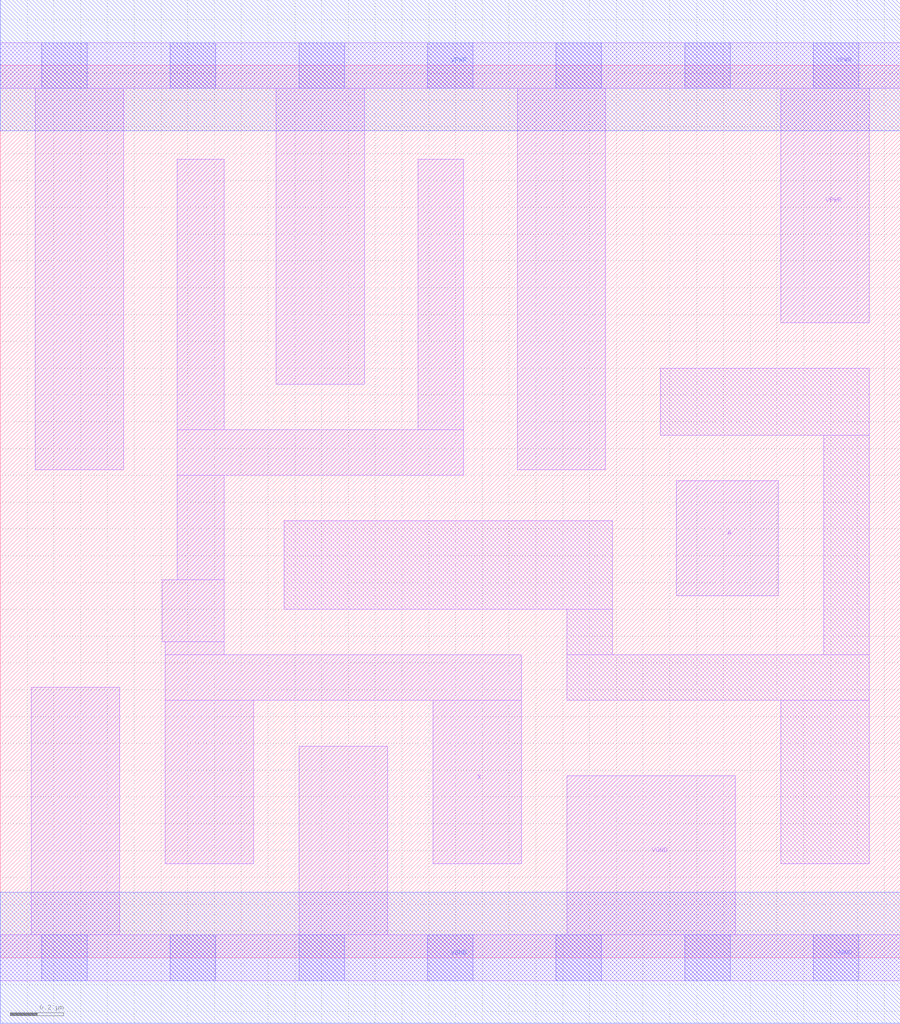
<source format=lef>
# Copyright 2020 The SkyWater PDK Authors
#
# Licensed under the Apache License, Version 2.0 (the "License");
# you may not use this file except in compliance with the License.
# You may obtain a copy of the License at
#
#     https://www.apache.org/licenses/LICENSE-2.0
#
# Unless required by applicable law or agreed to in writing, software
# distributed under the License is distributed on an "AS IS" BASIS,
# WITHOUT WARRANTIES OR CONDITIONS OF ANY KIND, either express or implied.
# See the License for the specific language governing permissions and
# limitations under the License.
#
# SPDX-License-Identifier: Apache-2.0

VERSION 5.7 ;
  NAMESCASESENSITIVE ON ;
  NOWIREEXTENSIONATPIN ON ;
  DIVIDERCHAR "/" ;
  BUSBITCHARS "[]" ;
UNITS
  DATABASE MICRONS 200 ;
END UNITS
MACRO sky130_fd_sc_ls__buf_4
  CLASS CORE ;
  SOURCE USER ;
  FOREIGN sky130_fd_sc_ls__buf_4 ;
  ORIGIN  0.000000  0.000000 ;
  SIZE  3.360000 BY  3.330000 ;
  SYMMETRY X Y ;
  SITE unit ;
  PIN A
    ANTENNAGATEAREA  0.363000 ;
    DIRECTION INPUT ;
    USE SIGNAL ;
    PORT
      LAYER li1 ;
        RECT 2.525000 1.350000 2.905000 1.780000 ;
    END
  END A
  PIN X
    ANTENNADIFFAREA  1.086400 ;
    DIRECTION OUTPUT ;
    USE SIGNAL ;
    PORT
      LAYER li1 ;
        RECT 0.605000 1.180000 0.835000 1.410000 ;
        RECT 0.615000 0.350000 0.945000 0.960000 ;
        RECT 0.615000 0.960000 1.945000 1.130000 ;
        RECT 0.615000 1.130000 0.835000 1.180000 ;
        RECT 0.660000 1.410000 0.835000 1.800000 ;
        RECT 0.660000 1.800000 1.730000 1.970000 ;
        RECT 0.660000 1.970000 0.835000 2.980000 ;
        RECT 1.560000 1.970000 1.730000 2.980000 ;
        RECT 1.615000 0.350000 1.945000 0.960000 ;
    END
  END X
  PIN VGND
    DIRECTION INOUT ;
    SHAPE ABUTMENT ;
    USE GROUND ;
    PORT
      LAYER li1 ;
        RECT 0.000000 -0.085000 3.360000 0.085000 ;
        RECT 0.115000  0.085000 0.445000 1.010000 ;
        RECT 1.115000  0.085000 1.445000 0.790000 ;
        RECT 2.115000  0.085000 2.745000 0.680000 ;
      LAYER mcon ;
        RECT 0.155000 -0.085000 0.325000 0.085000 ;
        RECT 0.635000 -0.085000 0.805000 0.085000 ;
        RECT 1.115000 -0.085000 1.285000 0.085000 ;
        RECT 1.595000 -0.085000 1.765000 0.085000 ;
        RECT 2.075000 -0.085000 2.245000 0.085000 ;
        RECT 2.555000 -0.085000 2.725000 0.085000 ;
        RECT 3.035000 -0.085000 3.205000 0.085000 ;
      LAYER met1 ;
        RECT 0.000000 -0.245000 3.360000 0.245000 ;
    END
  END VGND
  PIN VPWR
    DIRECTION INOUT ;
    SHAPE ABUTMENT ;
    USE POWER ;
    PORT
      LAYER li1 ;
        RECT 0.000000 3.245000 3.360000 3.415000 ;
        RECT 0.130000 1.820000 0.460000 3.245000 ;
        RECT 1.030000 2.140000 1.360000 3.245000 ;
        RECT 1.930000 1.820000 2.260000 3.245000 ;
        RECT 2.915000 2.370000 3.245000 3.245000 ;
      LAYER mcon ;
        RECT 0.155000 3.245000 0.325000 3.415000 ;
        RECT 0.635000 3.245000 0.805000 3.415000 ;
        RECT 1.115000 3.245000 1.285000 3.415000 ;
        RECT 1.595000 3.245000 1.765000 3.415000 ;
        RECT 2.075000 3.245000 2.245000 3.415000 ;
        RECT 2.555000 3.245000 2.725000 3.415000 ;
        RECT 3.035000 3.245000 3.205000 3.415000 ;
      LAYER met1 ;
        RECT 0.000000 3.085000 3.360000 3.575000 ;
    END
  END VPWR
  OBS
    LAYER li1 ;
      RECT 1.060000 1.300000 2.285000 1.630000 ;
      RECT 2.115000 0.960000 3.245000 1.130000 ;
      RECT 2.115000 1.130000 2.285000 1.300000 ;
      RECT 2.465000 1.950000 3.245000 2.200000 ;
      RECT 2.915000 0.350000 3.245000 0.960000 ;
      RECT 3.075000 1.130000 3.245000 1.950000 ;
  END
END sky130_fd_sc_ls__buf_4

</source>
